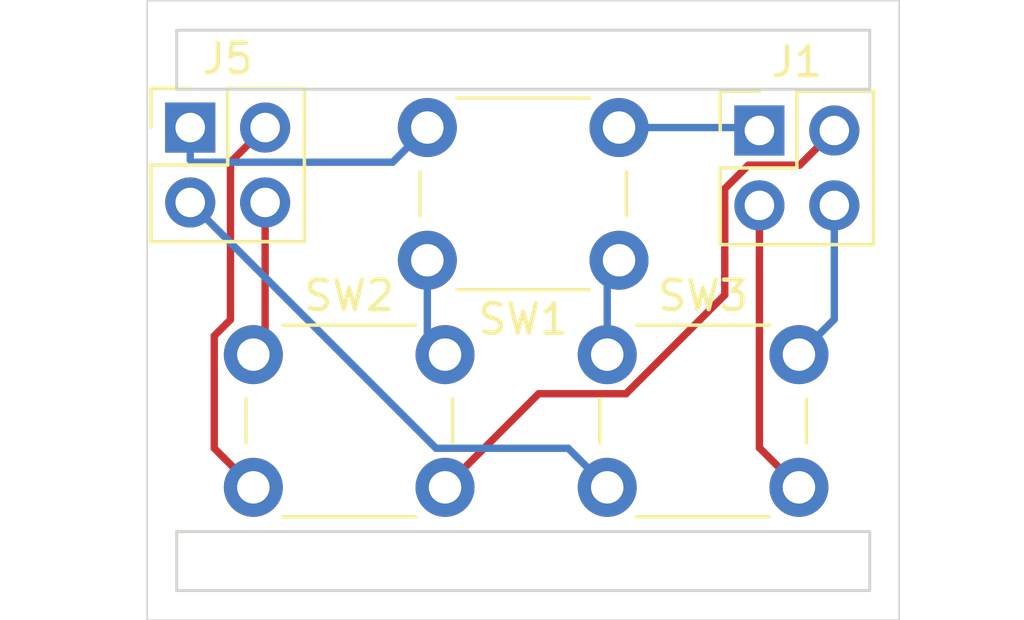
<source format=kicad_pcb>
(kicad_pcb (version 20171130) (host pcbnew "(5.1.4-0)")

  (general
    (thickness 1.6)
    (drawings 12)
    (tracks 35)
    (zones 0)
    (modules 5)
    (nets 5)
  )

  (page A4)
  (layers
    (0 F.Cu signal)
    (31 B.Cu signal)
    (32 B.Adhes user)
    (33 F.Adhes user)
    (34 B.Paste user)
    (35 F.Paste user)
    (36 B.SilkS user)
    (37 F.SilkS user)
    (38 B.Mask user)
    (39 F.Mask user)
    (40 Dwgs.User user)
    (41 Cmts.User user)
    (42 Eco1.User user)
    (43 Eco2.User user)
    (44 Edge.Cuts user)
    (45 Margin user)
    (46 B.CrtYd user)
    (47 F.CrtYd user)
    (48 B.Fab user)
    (49 F.Fab user)
  )

  (setup
    (last_trace_width 0.25)
    (user_trace_width 0.5)
    (user_trace_width 0.75)
    (user_trace_width 1)
    (trace_clearance 0.2)
    (zone_clearance 0.508)
    (zone_45_only no)
    (trace_min 0.2)
    (via_size 0.8)
    (via_drill 0.4)
    (via_min_size 0.4)
    (via_min_drill 0.3)
    (uvia_size 0.3)
    (uvia_drill 0.1)
    (uvias_allowed no)
    (uvia_min_size 0.2)
    (uvia_min_drill 0.1)
    (edge_width 0.05)
    (segment_width 0.2)
    (pcb_text_width 0.3)
    (pcb_text_size 1.5 1.5)
    (mod_edge_width 0.12)
    (mod_text_size 1 1)
    (mod_text_width 0.15)
    (pad_size 1.524 1.524)
    (pad_drill 0.762)
    (pad_to_mask_clearance 0.051)
    (solder_mask_min_width 0.25)
    (aux_axis_origin 0 0)
    (visible_elements FFFFEF7F)
    (pcbplotparams
      (layerselection 0x010f0_ffffffff)
      (usegerberextensions false)
      (usegerberattributes false)
      (usegerberadvancedattributes false)
      (creategerberjobfile false)
      (excludeedgelayer true)
      (linewidth 0.150000)
      (plotframeref false)
      (viasonmask false)
      (mode 1)
      (useauxorigin true)
      (hpglpennumber 1)
      (hpglpenspeed 20)
      (hpglpendiameter 15.000000)
      (psnegative false)
      (psa4output false)
      (plotreference false)
      (plotvalue false)
      (plotinvisibletext false)
      (padsonsilk false)
      (subtractmaskfromsilk false)
      (outputformat 1)
      (mirror false)
      (drillshape 0)
      (scaleselection 1)
      (outputdirectory "plot/"))
  )

  (net 0 "")
  (net 1 "Net-(J1-Pad4)")
  (net 2 "Net-(J1-Pad3)")
  (net 3 "Net-(J1-Pad2)")
  (net 4 "Net-(J1-Pad1)")

  (net_class Default "This is the default net class."
    (clearance 0.2)
    (trace_width 0.25)
    (via_dia 0.8)
    (via_drill 0.4)
    (uvia_dia 0.3)
    (uvia_drill 0.1)
    (add_net "Net-(J1-Pad1)")
    (add_net "Net-(J1-Pad2)")
    (add_net "Net-(J1-Pad3)")
    (add_net "Net-(J1-Pad4)")
  )

  (module Button_Switch_THT:SW_PUSH_6mm_H5mm (layer F.Cu) (tedit 5A02FE31) (tstamp 5DEF6AFF)
    (at 158.6 69)
    (descr "tactile push button, 6x6mm e.g. PHAP33xx series, height=5mm")
    (tags "tact sw push 6mm")
    (path /5DEEC9D3)
    (fp_text reference SW3 (at 3.25 -2) (layer F.SilkS)
      (effects (font (size 1 1) (thickness 0.15)))
    )
    (fp_text value SW_Push (at 3.75 6.7) (layer F.Fab)
      (effects (font (size 1 1) (thickness 0.15)))
    )
    (fp_circle (center 3.25 2.25) (end 1.25 2.5) (layer F.Fab) (width 0.1))
    (fp_line (start 6.75 3) (end 6.75 1.5) (layer F.SilkS) (width 0.12))
    (fp_line (start 5.5 -1) (end 1 -1) (layer F.SilkS) (width 0.12))
    (fp_line (start -0.25 1.5) (end -0.25 3) (layer F.SilkS) (width 0.12))
    (fp_line (start 1 5.5) (end 5.5 5.5) (layer F.SilkS) (width 0.12))
    (fp_line (start 8 -1.25) (end 8 5.75) (layer F.CrtYd) (width 0.05))
    (fp_line (start 7.75 6) (end -1.25 6) (layer F.CrtYd) (width 0.05))
    (fp_line (start -1.5 5.75) (end -1.5 -1.25) (layer F.CrtYd) (width 0.05))
    (fp_line (start -1.25 -1.5) (end 7.75 -1.5) (layer F.CrtYd) (width 0.05))
    (fp_line (start -1.5 6) (end -1.25 6) (layer F.CrtYd) (width 0.05))
    (fp_line (start -1.5 5.75) (end -1.5 6) (layer F.CrtYd) (width 0.05))
    (fp_line (start -1.5 -1.5) (end -1.25 -1.5) (layer F.CrtYd) (width 0.05))
    (fp_line (start -1.5 -1.25) (end -1.5 -1.5) (layer F.CrtYd) (width 0.05))
    (fp_line (start 8 -1.5) (end 8 -1.25) (layer F.CrtYd) (width 0.05))
    (fp_line (start 7.75 -1.5) (end 8 -1.5) (layer F.CrtYd) (width 0.05))
    (fp_line (start 8 6) (end 8 5.75) (layer F.CrtYd) (width 0.05))
    (fp_line (start 7.75 6) (end 8 6) (layer F.CrtYd) (width 0.05))
    (fp_line (start 0.25 -0.75) (end 3.25 -0.75) (layer F.Fab) (width 0.1))
    (fp_line (start 0.25 5.25) (end 0.25 -0.75) (layer F.Fab) (width 0.1))
    (fp_line (start 6.25 5.25) (end 0.25 5.25) (layer F.Fab) (width 0.1))
    (fp_line (start 6.25 -0.75) (end 6.25 5.25) (layer F.Fab) (width 0.1))
    (fp_line (start 3.25 -0.75) (end 6.25 -0.75) (layer F.Fab) (width 0.1))
    (fp_text user %R (at 3.25 2.25) (layer F.Fab)
      (effects (font (size 1 1) (thickness 0.15)))
    )
    (pad 1 thru_hole circle (at 6.5 0 90) (size 2 2) (drill 1.1) (layers *.Cu *.Mask)
      (net 1 "Net-(J1-Pad4)"))
    (pad 2 thru_hole circle (at 6.5 4.5 90) (size 2 2) (drill 1.1) (layers *.Cu *.Mask)
      (net 2 "Net-(J1-Pad3)"))
    (pad 1 thru_hole circle (at 0 0 90) (size 2 2) (drill 1.1) (layers *.Cu *.Mask)
      (net 1 "Net-(J1-Pad4)"))
    (pad 2 thru_hole circle (at 0 4.5 90) (size 2 2) (drill 1.1) (layers *.Cu *.Mask)
      (net 2 "Net-(J1-Pad3)"))
    (model ${KISYS3DMOD}/Button_Switch_THT.3dshapes/SW_PUSH_6mm_H5mm.wrl
      (at (xyz 0 0 0))
      (scale (xyz 1 1 1))
      (rotate (xyz 0 0 0))
    )
  )

  (module Button_Switch_THT:SW_PUSH_6mm_H5mm (layer F.Cu) (tedit 5A02FE31) (tstamp 5DEF57DD)
    (at 146.6 69)
    (descr "tactile push button, 6x6mm e.g. PHAP33xx series, height=5mm")
    (tags "tact sw push 6mm")
    (path /5DEEC61C)
    (fp_text reference SW2 (at 3.25 -2) (layer F.SilkS)
      (effects (font (size 1 1) (thickness 0.15)))
    )
    (fp_text value SW_Push (at 3.75 6.7) (layer F.Fab)
      (effects (font (size 1 1) (thickness 0.15)))
    )
    (fp_circle (center 3.25 2.25) (end 1.25 2.5) (layer F.Fab) (width 0.1))
    (fp_line (start 6.75 3) (end 6.75 1.5) (layer F.SilkS) (width 0.12))
    (fp_line (start 5.5 -1) (end 1 -1) (layer F.SilkS) (width 0.12))
    (fp_line (start -0.25 1.5) (end -0.25 3) (layer F.SilkS) (width 0.12))
    (fp_line (start 1 5.5) (end 5.5 5.5) (layer F.SilkS) (width 0.12))
    (fp_line (start 8 -1.25) (end 8 5.75) (layer F.CrtYd) (width 0.05))
    (fp_line (start 7.75 6) (end -1.25 6) (layer F.CrtYd) (width 0.05))
    (fp_line (start -1.5 5.75) (end -1.5 -1.25) (layer F.CrtYd) (width 0.05))
    (fp_line (start -1.25 -1.5) (end 7.75 -1.5) (layer F.CrtYd) (width 0.05))
    (fp_line (start -1.5 6) (end -1.25 6) (layer F.CrtYd) (width 0.05))
    (fp_line (start -1.5 5.75) (end -1.5 6) (layer F.CrtYd) (width 0.05))
    (fp_line (start -1.5 -1.5) (end -1.25 -1.5) (layer F.CrtYd) (width 0.05))
    (fp_line (start -1.5 -1.25) (end -1.5 -1.5) (layer F.CrtYd) (width 0.05))
    (fp_line (start 8 -1.5) (end 8 -1.25) (layer F.CrtYd) (width 0.05))
    (fp_line (start 7.75 -1.5) (end 8 -1.5) (layer F.CrtYd) (width 0.05))
    (fp_line (start 8 6) (end 8 5.75) (layer F.CrtYd) (width 0.05))
    (fp_line (start 7.75 6) (end 8 6) (layer F.CrtYd) (width 0.05))
    (fp_line (start 0.25 -0.75) (end 3.25 -0.75) (layer F.Fab) (width 0.1))
    (fp_line (start 0.25 5.25) (end 0.25 -0.75) (layer F.Fab) (width 0.1))
    (fp_line (start 6.25 5.25) (end 0.25 5.25) (layer F.Fab) (width 0.1))
    (fp_line (start 6.25 -0.75) (end 6.25 5.25) (layer F.Fab) (width 0.1))
    (fp_line (start 3.25 -0.75) (end 6.25 -0.75) (layer F.Fab) (width 0.1))
    (fp_text user %R (at 3.25 2.25) (layer F.Fab)
      (effects (font (size 1 1) (thickness 0.15)))
    )
    (pad 1 thru_hole circle (at 6.5 0 90) (size 2 2) (drill 1.1) (layers *.Cu *.Mask)
      (net 1 "Net-(J1-Pad4)"))
    (pad 2 thru_hole circle (at 6.5 4.5 90) (size 2 2) (drill 1.1) (layers *.Cu *.Mask)
      (net 3 "Net-(J1-Pad2)"))
    (pad 1 thru_hole circle (at 0 0 90) (size 2 2) (drill 1.1) (layers *.Cu *.Mask)
      (net 1 "Net-(J1-Pad4)"))
    (pad 2 thru_hole circle (at 0 4.5 90) (size 2 2) (drill 1.1) (layers *.Cu *.Mask)
      (net 3 "Net-(J1-Pad2)"))
    (model ${KISYS3DMOD}/Button_Switch_THT.3dshapes/SW_PUSH_6mm_H5mm.wrl
      (at (xyz 0 0 0))
      (scale (xyz 1 1 1))
      (rotate (xyz 0 0 0))
    )
  )

  (module Connector_PinHeader_2.54mm:PinHeader_2x02_P2.54mm_Vertical (layer F.Cu) (tedit 59FED5CC) (tstamp 5DEF68DB)
    (at 163.76 61.4)
    (descr "Through hole straight pin header, 2x02, 2.54mm pitch, double rows")
    (tags "Through hole pin header THT 2x02 2.54mm double row")
    (path /5DEF15B1)
    (fp_text reference J1 (at 1.27 -2.33) (layer F.SilkS)
      (effects (font (size 1 1) (thickness 0.15)))
    )
    (fp_text value Conn_01x04_Female (at 1.27 4.87) (layer F.Fab)
      (effects (font (size 1 1) (thickness 0.15)))
    )
    (fp_text user %R (at 1.27 1.27 180) (layer F.Fab)
      (effects (font (size 1 1) (thickness 0.15)))
    )
    (fp_line (start 4.35 -1.8) (end -1.8 -1.8) (layer F.CrtYd) (width 0.05))
    (fp_line (start 4.35 4.35) (end 4.35 -1.8) (layer F.CrtYd) (width 0.05))
    (fp_line (start -1.8 4.35) (end 4.35 4.35) (layer F.CrtYd) (width 0.05))
    (fp_line (start -1.8 -1.8) (end -1.8 4.35) (layer F.CrtYd) (width 0.05))
    (fp_line (start -1.33 -1.33) (end 0 -1.33) (layer F.SilkS) (width 0.12))
    (fp_line (start -1.33 0) (end -1.33 -1.33) (layer F.SilkS) (width 0.12))
    (fp_line (start 1.27 -1.33) (end 3.87 -1.33) (layer F.SilkS) (width 0.12))
    (fp_line (start 1.27 1.27) (end 1.27 -1.33) (layer F.SilkS) (width 0.12))
    (fp_line (start -1.33 1.27) (end 1.27 1.27) (layer F.SilkS) (width 0.12))
    (fp_line (start 3.87 -1.33) (end 3.87 3.87) (layer F.SilkS) (width 0.12))
    (fp_line (start -1.33 1.27) (end -1.33 3.87) (layer F.SilkS) (width 0.12))
    (fp_line (start -1.33 3.87) (end 3.87 3.87) (layer F.SilkS) (width 0.12))
    (fp_line (start -1.27 0) (end 0 -1.27) (layer F.Fab) (width 0.1))
    (fp_line (start -1.27 3.81) (end -1.27 0) (layer F.Fab) (width 0.1))
    (fp_line (start 3.81 3.81) (end -1.27 3.81) (layer F.Fab) (width 0.1))
    (fp_line (start 3.81 -1.27) (end 3.81 3.81) (layer F.Fab) (width 0.1))
    (fp_line (start 0 -1.27) (end 3.81 -1.27) (layer F.Fab) (width 0.1))
    (pad 4 thru_hole oval (at 2.54 2.54) (size 1.7 1.7) (drill 1) (layers *.Cu *.Mask)
      (net 1 "Net-(J1-Pad4)"))
    (pad 3 thru_hole oval (at 0 2.54) (size 1.7 1.7) (drill 1) (layers *.Cu *.Mask)
      (net 2 "Net-(J1-Pad3)"))
    (pad 2 thru_hole oval (at 2.54 0) (size 1.7 1.7) (drill 1) (layers *.Cu *.Mask)
      (net 3 "Net-(J1-Pad2)"))
    (pad 1 thru_hole rect (at 0 0) (size 1.7 1.7) (drill 1) (layers *.Cu *.Mask)
      (net 4 "Net-(J1-Pad1)"))
    (model ${KISYS3DMOD}/Connector_PinHeader_2.54mm.3dshapes/PinHeader_2x02_P2.54mm_Vertical.wrl
      (at (xyz 0 0 0))
      (scale (xyz 1 1 1))
      (rotate (xyz 0 0 0))
    )
  )

  (module Button_Switch_THT:SW_PUSH_6mm_H5mm (layer F.Cu) (tedit 5A02FE31) (tstamp 5DEF57BE)
    (at 159 65.8 180)
    (descr "tactile push button, 6x6mm e.g. PHAP33xx series, height=5mm")
    (tags "tact sw push 6mm")
    (path /5DEEBD8B)
    (fp_text reference SW1 (at 3.25 -2) (layer F.SilkS)
      (effects (font (size 1 1) (thickness 0.15)))
    )
    (fp_text value SW_Push (at 3.75 6.7) (layer F.Fab)
      (effects (font (size 1 1) (thickness 0.15)))
    )
    (fp_circle (center 3.25 2.25) (end 1.25 2.5) (layer F.Fab) (width 0.1))
    (fp_line (start 6.75 3) (end 6.75 1.5) (layer F.SilkS) (width 0.12))
    (fp_line (start 5.5 -1) (end 1 -1) (layer F.SilkS) (width 0.12))
    (fp_line (start -0.25 1.5) (end -0.25 3) (layer F.SilkS) (width 0.12))
    (fp_line (start 1 5.5) (end 5.5 5.5) (layer F.SilkS) (width 0.12))
    (fp_line (start 8 -1.25) (end 8 5.75) (layer F.CrtYd) (width 0.05))
    (fp_line (start 7.75 6) (end -1.25 6) (layer F.CrtYd) (width 0.05))
    (fp_line (start -1.5 5.75) (end -1.5 -1.25) (layer F.CrtYd) (width 0.05))
    (fp_line (start -1.25 -1.5) (end 7.75 -1.5) (layer F.CrtYd) (width 0.05))
    (fp_line (start -1.5 6) (end -1.25 6) (layer F.CrtYd) (width 0.05))
    (fp_line (start -1.5 5.75) (end -1.5 6) (layer F.CrtYd) (width 0.05))
    (fp_line (start -1.5 -1.5) (end -1.25 -1.5) (layer F.CrtYd) (width 0.05))
    (fp_line (start -1.5 -1.25) (end -1.5 -1.5) (layer F.CrtYd) (width 0.05))
    (fp_line (start 8 -1.5) (end 8 -1.25) (layer F.CrtYd) (width 0.05))
    (fp_line (start 7.75 -1.5) (end 8 -1.5) (layer F.CrtYd) (width 0.05))
    (fp_line (start 8 6) (end 8 5.75) (layer F.CrtYd) (width 0.05))
    (fp_line (start 7.75 6) (end 8 6) (layer F.CrtYd) (width 0.05))
    (fp_line (start 0.25 -0.75) (end 3.25 -0.75) (layer F.Fab) (width 0.1))
    (fp_line (start 0.25 5.25) (end 0.25 -0.75) (layer F.Fab) (width 0.1))
    (fp_line (start 6.25 5.25) (end 0.25 5.25) (layer F.Fab) (width 0.1))
    (fp_line (start 6.25 -0.75) (end 6.25 5.25) (layer F.Fab) (width 0.1))
    (fp_line (start 3.25 -0.75) (end 6.25 -0.75) (layer F.Fab) (width 0.1))
    (fp_text user %R (at 3.25 2.25) (layer F.Fab)
      (effects (font (size 1 1) (thickness 0.15)))
    )
    (pad 1 thru_hole circle (at 6.5 0 270) (size 2 2) (drill 1.1) (layers *.Cu *.Mask)
      (net 1 "Net-(J1-Pad4)"))
    (pad 2 thru_hole circle (at 6.5 4.5 270) (size 2 2) (drill 1.1) (layers *.Cu *.Mask)
      (net 4 "Net-(J1-Pad1)"))
    (pad 1 thru_hole circle (at 0 0 270) (size 2 2) (drill 1.1) (layers *.Cu *.Mask)
      (net 1 "Net-(J1-Pad4)"))
    (pad 2 thru_hole circle (at 0 4.5 270) (size 2 2) (drill 1.1) (layers *.Cu *.Mask)
      (net 4 "Net-(J1-Pad1)"))
    (model ${KISYS3DMOD}/Button_Switch_THT.3dshapes/SW_PUSH_6mm_H5mm.wrl
      (at (xyz 0 0 0))
      (scale (xyz 1 1 1))
      (rotate (xyz 0 0 0))
    )
  )

  (module Connector_PinHeader_2.54mm:PinHeader_2x02_P2.54mm_Vertical (layer F.Cu) (tedit 59FED5CC) (tstamp 5DEF579F)
    (at 144.46 61.3)
    (descr "Through hole straight pin header, 2x02, 2.54mm pitch, double rows")
    (tags "Through hole pin header THT 2x02 2.54mm double row")
    (path /5DF55E4C)
    (fp_text reference J5 (at 1.27 -2.33) (layer F.SilkS)
      (effects (font (size 1 1) (thickness 0.15)))
    )
    (fp_text value Conn_01x04_Female (at 1.27 4.87) (layer F.Fab)
      (effects (font (size 1 1) (thickness 0.15)))
    )
    (fp_text user %R (at 1.27 1.27 90) (layer F.Fab)
      (effects (font (size 1 1) (thickness 0.15)))
    )
    (fp_line (start 4.35 -1.8) (end -1.8 -1.8) (layer F.CrtYd) (width 0.05))
    (fp_line (start 4.35 4.35) (end 4.35 -1.8) (layer F.CrtYd) (width 0.05))
    (fp_line (start -1.8 4.35) (end 4.35 4.35) (layer F.CrtYd) (width 0.05))
    (fp_line (start -1.8 -1.8) (end -1.8 4.35) (layer F.CrtYd) (width 0.05))
    (fp_line (start -1.33 -1.33) (end 0 -1.33) (layer F.SilkS) (width 0.12))
    (fp_line (start -1.33 0) (end -1.33 -1.33) (layer F.SilkS) (width 0.12))
    (fp_line (start 1.27 -1.33) (end 3.87 -1.33) (layer F.SilkS) (width 0.12))
    (fp_line (start 1.27 1.27) (end 1.27 -1.33) (layer F.SilkS) (width 0.12))
    (fp_line (start -1.33 1.27) (end 1.27 1.27) (layer F.SilkS) (width 0.12))
    (fp_line (start 3.87 -1.33) (end 3.87 3.87) (layer F.SilkS) (width 0.12))
    (fp_line (start -1.33 1.27) (end -1.33 3.87) (layer F.SilkS) (width 0.12))
    (fp_line (start -1.33 3.87) (end 3.87 3.87) (layer F.SilkS) (width 0.12))
    (fp_line (start -1.27 0) (end 0 -1.27) (layer F.Fab) (width 0.1))
    (fp_line (start -1.27 3.81) (end -1.27 0) (layer F.Fab) (width 0.1))
    (fp_line (start 3.81 3.81) (end -1.27 3.81) (layer F.Fab) (width 0.1))
    (fp_line (start 3.81 -1.27) (end 3.81 3.81) (layer F.Fab) (width 0.1))
    (fp_line (start 0 -1.27) (end 3.81 -1.27) (layer F.Fab) (width 0.1))
    (pad 4 thru_hole oval (at 2.54 2.54) (size 1.7 1.7) (drill 1) (layers *.Cu *.Mask)
      (net 1 "Net-(J1-Pad4)"))
    (pad 3 thru_hole oval (at 0 2.54) (size 1.7 1.7) (drill 1) (layers *.Cu *.Mask)
      (net 2 "Net-(J1-Pad3)"))
    (pad 2 thru_hole oval (at 2.54 0) (size 1.7 1.7) (drill 1) (layers *.Cu *.Mask)
      (net 3 "Net-(J1-Pad2)"))
    (pad 1 thru_hole rect (at 0 0) (size 1.7 1.7) (drill 1) (layers *.Cu *.Mask)
      (net 4 "Net-(J1-Pad1)"))
    (model ${KISYS3DMOD}/Connector_PinHeader_2.54mm.3dshapes/PinHeader_2x02_P2.54mm_Vertical.wrl
      (at (xyz 0 0 0))
      (scale (xyz 1 1 1))
      (rotate (xyz 0 0 0))
    )
  )

  (gr_line (start 167.5 75) (end 167.5 77) (layer Edge.Cuts) (width 0.1))
  (gr_line (start 144 75) (end 167.5 75) (layer Edge.Cuts) (width 0.1))
  (gr_line (start 144 77) (end 144 75) (layer Edge.Cuts) (width 0.1))
  (gr_line (start 167.5 77) (end 144 77) (layer Edge.Cuts) (width 0.1))
  (gr_line (start 144 58) (end 144 60) (layer Edge.Cuts) (width 0.1))
  (gr_line (start 167.5 58) (end 144 58) (layer Edge.Cuts) (width 0.1))
  (gr_line (start 167.5 60) (end 167.5 58) (layer Edge.Cuts) (width 0.1))
  (gr_line (start 144 60) (end 167.5 60) (layer Edge.Cuts) (width 0.1))
  (gr_line (start 168.5 78) (end 143 78) (layer Edge.Cuts) (width 0.05) (tstamp 5DEE7BED))
  (gr_line (start 168.5 57) (end 143 57) (layer Edge.Cuts) (width 0.05) (tstamp 5DEDA993))
  (gr_line (start 143 78) (end 143 57) (layer Edge.Cuts) (width 0.05))
  (gr_line (start 168.5 78) (end 168.5 57) (layer Edge.Cuts) (width 0.05))

  (segment (start 166.3 67.8) (end 165.1 69) (width 0.25) (layer B.Cu) (net 1))
  (segment (start 166.3 63.94) (end 166.3 67.8) (width 0.25) (layer B.Cu) (net 1))
  (segment (start 158.6 66.2) (end 159 65.8) (width 0.25) (layer B.Cu) (net 1))
  (segment (start 158.6 69) (end 158.6 66.2) (width 0.25) (layer B.Cu) (net 1))
  (segment (start 152.5 68.4) (end 153.1 69) (width 0.25) (layer B.Cu) (net 1))
  (segment (start 152.5 65.8) (end 152.5 68.4) (width 0.25) (layer B.Cu) (net 1))
  (segment (start 147 68.6) (end 146.6 69) (width 0.25) (layer F.Cu) (net 1))
  (segment (start 147 63.84) (end 147 68.6) (width 0.25) (layer F.Cu) (net 1))
  (segment (start 163.76 72.16) (end 163.76 63.94) (width 0.25) (layer F.Cu) (net 2))
  (segment (start 165.1 73.5) (end 163.76 72.16) (width 0.25) (layer F.Cu) (net 2))
  (segment (start 157.600001 72.500001) (end 158.6 73.5) (width 0.25) (layer B.Cu) (net 2))
  (segment (start 157.274999 72.174999) (end 157.600001 72.500001) (width 0.25) (layer B.Cu) (net 2))
  (segment (start 152.794999 72.174999) (end 157.274999 72.174999) (width 0.25) (layer B.Cu) (net 2))
  (segment (start 144.46 63.84) (end 152.794999 72.174999) (width 0.25) (layer B.Cu) (net 2))
  (segment (start 145.600001 72.500001) (end 146.6 73.5) (width 0.25) (layer F.Cu) (net 3))
  (segment (start 145.274999 68.363999) (end 145.274999 72.174999) (width 0.25) (layer F.Cu) (net 3))
  (segment (start 145.274999 72.174999) (end 145.600001 72.500001) (width 0.25) (layer F.Cu) (net 3))
  (segment (start 145.824999 67.813999) (end 145.274999 68.363999) (width 0.25) (layer F.Cu) (net 3))
  (segment (start 145.824999 62.475001) (end 145.824999 67.813999) (width 0.25) (layer F.Cu) (net 3))
  (segment (start 147 61.3) (end 145.824999 62.475001) (width 0.25) (layer F.Cu) (net 3))
  (segment (start 165.124999 62.575001) (end 165.450001 62.249999) (width 0.25) (layer F.Cu) (net 3))
  (segment (start 165.450001 62.249999) (end 166.3 61.4) (width 0.25) (layer F.Cu) (net 3))
  (segment (start 163.385997 62.575001) (end 165.124999 62.575001) (width 0.25) (layer F.Cu) (net 3))
  (segment (start 162.584999 66.976003) (end 162.584999 63.375999) (width 0.25) (layer F.Cu) (net 3))
  (segment (start 159.236001 70.325001) (end 162.584999 66.976003) (width 0.25) (layer F.Cu) (net 3))
  (segment (start 156.274999 70.325001) (end 159.236001 70.325001) (width 0.25) (layer F.Cu) (net 3))
  (segment (start 162.584999 63.375999) (end 163.385997 62.575001) (width 0.25) (layer F.Cu) (net 3))
  (segment (start 153.1 73.5) (end 156.274999 70.325001) (width 0.25) (layer F.Cu) (net 3))
  (segment (start 151.500001 62.299999) (end 152.5 61.3) (width 0.25) (layer B.Cu) (net 4))
  (segment (start 144.535001 62.475001) (end 151.324999 62.475001) (width 0.25) (layer B.Cu) (net 4))
  (segment (start 144.46 62.4) (end 144.535001 62.475001) (width 0.25) (layer B.Cu) (net 4))
  (segment (start 151.324999 62.475001) (end 151.500001 62.299999) (width 0.25) (layer B.Cu) (net 4))
  (segment (start 144.46 61.3) (end 144.46 62.4) (width 0.25) (layer B.Cu) (net 4))
  (segment (start 163.66 61.3) (end 163.76 61.4) (width 0.25) (layer B.Cu) (net 4))
  (segment (start 159 61.3) (end 163.66 61.3) (width 0.25) (layer B.Cu) (net 4))

)

</source>
